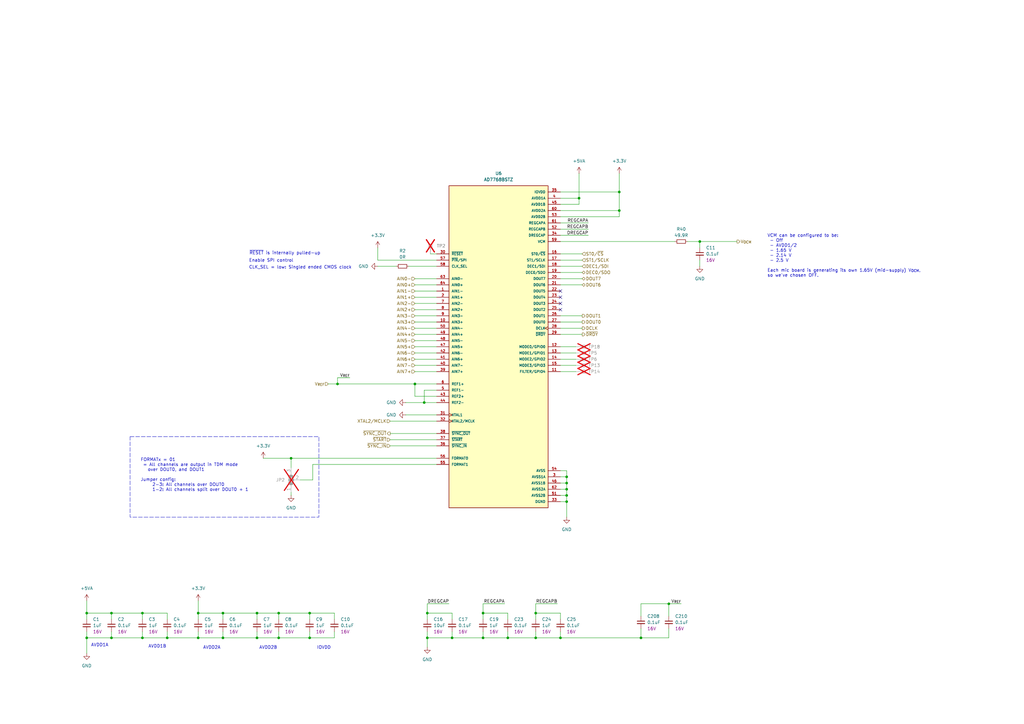
<source format=kicad_sch>
(kicad_sch (version 20231120) (generator "eeschema") (generator_version "8.0")
  (paper "A3")
  (title_block (title "Sound Compass POC") (date "2024-03-23") (rev "A") (company "Josh Berry") (comment 1 "JBRRY"))
  (lib_symbols
    (symbol "Connector:TestPoint" (pin_numbers hide) (pin_names (offset 0.762) hide)
      (property "Reference" "TP" (at 0 6.858 0))
      (property "Value" "TestPoint" (at 0 5.08 0))
      (symbol "TestPoint_0_1"
        (circle (center 0 3.302) (radius 0.762))
      )
      (symbol "TestPoint_1_1"
        (pin passive line (at 0 0 90) (length 2.54) (name "1") (number "1"))
      )
    )
    (symbol "Device:C_Small" (pin_numbers hide) (pin_names (offset 0.254) hide)
      (property "Reference" "C" (at 0.254 1.778 0))
      (property "Value" "C_Small" (at 0.254 -2.032 0))
      (symbol "C_Small_0_1"
        (polyline (pts (xy -1.524 -0.508) (xy 1.524 -0.508)) (stroke (width 0.3302)))
        (polyline (pts (xy -1.524 0.508) (xy 1.524 0.508)) (stroke (width 0.3048)))
      )
      (symbol "C_Small_1_1"
        (pin passive line (at 0 2.54 270) (length 2.032) (name "~") (number "1"))
        (pin passive line (at 0 -2.54 90) (length 2.032) (name "~") (number "2"))
      )
    )
    (symbol "Device:R_Small" (pin_numbers hide) (pin_names (offset 0.254) hide)
      (property "Reference" "R" (at 0.762 0.508 0))
      (property "Value" "R_Small" (at 0.762 -1.016 0))
      (symbol "R_Small_0_1"
        (rectangle (start -0.762 1.778) (end 0.762 -1.778) (stroke (width 0.2032)))
      )
      (symbol "R_Small_1_1"
        (pin passive line (at 0 2.54 270) (length 0.762) (name "~") (number "1"))
        (pin passive line (at 0 -2.54 90) (length 0.762) (name "~") (number "2"))
      )
    )
    (symbol "Jumper:SolderJumper_3_Open" (pin_names (offset 0) hide)
      (property "Reference" "JP" (at -2.54 -2.54 0))
      (property "Value" "SolderJumper_3_Open" (at 0 2.794 0))
      (symbol "SolderJumper_3_Open_0_1"
        (arc (start -1.016 1.016) (mid -2.0276 0) (end -1.016 -1.016))
        (arc (start -1.016 1.016) (mid -2.0276 0) (end -1.016 -1.016) (fill (type outline)))
        (rectangle (start -0.508 1.016) (end 0.508 -1.016) (fill (type outline)))
        (polyline (pts (xy -2.54 0) (xy -2.032 0)))
        (polyline (pts (xy -1.016 1.016) (xy -1.016 -1.016)))
        (polyline (pts (xy 0 -1.27) (xy 0 -1.016)))
        (polyline (pts (xy 1.016 1.016) (xy 1.016 -1.016)))
        (polyline (pts (xy 2.54 0) (xy 2.032 0)))
        (arc (start 1.016 -1.016) (mid 2.0276 0) (end 1.016 1.016))
        (arc (start 1.016 -1.016) (mid 2.0276 0) (end 1.016 1.016) (fill (type outline)))
      )
      (symbol "SolderJumper_3_Open_1_1"
        (pin passive line (at -5.08 0 0) (length 2.54) (name "A") (number "1"))
        (pin passive line (at 0 -3.81 90) (length 2.54) (name "C") (number "2"))
        (pin passive line (at 5.08 0 180) (length 2.54) (name "B") (number "3"))
      )
    )
    (symbol "mic-test-pcb:AD7768BSTZ" (pin_names (offset 1.016))
      (property "Reference" "U" (at -20.32 68.58 0))
      (property "Value" "AD7768BSTZ" (at -20.32 -68.58 0))
      (symbol "AD7768BSTZ_0_0"
        (rectangle (start -20.32 -66.04) (end 20.32 66.04) (stroke (width 0.254)) (fill (type background)))
        (pin input line (at -25.4 22.86 0) (length 5.08) (name "AIN1-") (number "1"))
        (pin input line (at -25.4 10.16 0) (length 5.08) (name "AIN3+") (number "10"))
        (pin bidirectional line (at 25.4 -10.16 180) (length 5.08) (name "FILTER/GPIO4") (number "11"))
        (pin bidirectional line (at 25.4 0 180) (length 5.08) (name "MODE0/GPIO0") (number "12"))
        (pin bidirectional line (at 25.4 -2.54 180) (length 5.08) (name "MODE1/GPIO1") (number "13"))
        (pin bidirectional line (at 25.4 -5.08 180) (length 5.08) (name "MODE2/GPIO2") (number "14"))
        (pin bidirectional line (at 25.4 -7.62 180) (length 5.08) (name "MODE3/GPIO3") (number "15"))
        (pin input line (at 25.4 38.1 180) (length 5.08) (name "ST0/~{CS}") (number "16"))
        (pin input line (at 25.4 35.56 180) (length 5.08) (name "ST1/SCLK") (number "17"))
        (pin input line (at 25.4 33.02 180) (length 5.08) (name "DEC1/SDI") (number "18"))
        (pin bidirectional line (at 25.4 30.48 180) (length 5.08) (name "DEC0/SDO") (number "19"))
        (pin input line (at -25.4 20.32 0) (length 5.08) (name "AIN1+") (number "2"))
        (pin bidirectional line (at 25.4 27.94 180) (length 5.08) (name "DOUT7") (number "20"))
        (pin bidirectional line (at 25.4 25.4 180) (length 5.08) (name "DOUT6") (number "21"))
        (pin output line (at 25.4 22.86 180) (length 5.08) (name "DOUT5") (number "22"))
        (pin output line (at 25.4 20.32 180) (length 5.08) (name "DOUT4") (number "23"))
        (pin output line (at 25.4 17.78 180) (length 5.08) (name "DOUT3") (number "24"))
        (pin output line (at 25.4 15.24 180) (length 5.08) (name "DOUT2") (number "25"))
        (pin output line (at 25.4 12.7 180) (length 5.08) (name "DOUT1") (number "26"))
        (pin output line (at 25.4 10.16 180) (length 5.08) (name "DOUT0") (number "27"))
        (pin output clock (at 25.4 7.62 180) (length 5.08) (name "DCLK") (number "28"))
        (pin output line (at 25.4 5.08 180) (length 5.08) (name "~{DRDY}") (number "29"))
        (pin power_in line (at 25.4 -53.34 180) (length 5.08) (name "AVSS1A") (number "3"))
        (pin input line (at -25.4 38.1 0) (length 5.08) (name "~{RESET}") (number "30"))
        (pin input clock (at -25.4 -27.94 0) (length 5.08) (name "XTAL1") (number "31"))
        (pin input clock (at -25.4 -30.48 0) (length 5.08) (name "XTAL2/MCLK") (number "32"))
        (pin power_in line (at 25.4 -63.5 180) (length 5.08) (name "DGND") (number "33"))
        (pin power_in line (at 25.4 45.72 180) (length 5.08) (name "DREGCAP") (number "34"))
        (pin power_in line (at 25.4 63.5 180) (length 5.08) (name "IOVDD") (number "35"))
        (pin input line (at -25.4 -40.64 0) (length 5.08) (name "~{SYNC_IN}") (number "36"))
        (pin input line (at -25.4 -38.1 0) (length 5.08) (name "~{START}") (number "37"))
        (pin output line (at -25.4 -35.56 0) (length 5.08) (name "~{SYNC_OUT}") (number "38"))
        (pin input line (at -25.4 -10.16 0) (length 5.08) (name "AIN7+") (number "39"))
        (pin power_in line (at 25.4 60.96 180) (length 5.08) (name "AVDD1A") (number "4"))
        (pin input line (at -25.4 -7.62 0) (length 5.08) (name "AIN7-") (number "40"))
        (pin input line (at -25.4 -5.08 0) (length 5.08) (name "AIN6+") (number "41"))
        (pin input line (at -25.4 -2.54 0) (length 5.08) (name "AIN6-") (number "42"))
        (pin input line (at -25.4 -20.32 0) (length 5.08) (name "REF2+") (number "43"))
        (pin input line (at -25.4 -22.86 0) (length 5.08) (name "REF2-") (number "44"))
        (pin power_in line (at 25.4 58.42 180) (length 5.08) (name "AVDD1B") (number "45"))
        (pin power_in line (at 25.4 -55.88 180) (length 5.08) (name "AVSS1B") (number "46"))
        (pin input line (at -25.4 0 0) (length 5.08) (name "AIN5+") (number "47"))
        (pin input line (at -25.4 2.54 0) (length 5.08) (name "AIN5-") (number "48"))
        (pin input line (at -25.4 5.08 0) (length 5.08) (name "AIN4+") (number "49"))
        (pin input line (at -25.4 -17.78 0) (length 5.08) (name "REF1-") (number "5"))
        (pin input line (at -25.4 7.62 0) (length 5.08) (name "AIN4-") (number "50"))
        (pin power_in line (at 25.4 -60.96 180) (length 5.08) (name "AVSS2B") (number "51"))
        (pin power_in line (at 25.4 48.26 180) (length 5.08) (name "REGCAPB") (number "52"))
        (pin power_in line (at 25.4 53.34 180) (length 5.08) (name "AVDD2B") (number "53"))
        (pin power_in line (at 25.4 -50.8 180) (length 5.08) (name "AVSS") (number "54"))
        (pin input line (at -25.4 -48.26 0) (length 5.08) (name "FORMAT1") (number "55"))
        (pin input line (at -25.4 -45.72 0) (length 5.08) (name "FORMAT0") (number "56"))
        (pin input line (at -25.4 35.56 0) (length 5.08) (name "~{PIN}/SPI") (number "57"))
        (pin input line (at -25.4 33.02 0) (length 5.08) (name "CLK_SEL") (number "58"))
        (pin power_in line (at 25.4 43.18 180) (length 5.08) (name "VCM") (number "59"))
        (pin input line (at -25.4 -15.24 0) (length 5.08) (name "REF1+") (number "6"))
        (pin power_in line (at 25.4 55.88 180) (length 5.08) (name "AVDD2A") (number "60"))
        (pin power_in line (at 25.4 50.8 180) (length 5.08) (name "REGCAPA") (number "61"))
        (pin power_in line (at 25.4 -58.42 180) (length 5.08) (name "AVSS2A") (number "62"))
        (pin input line (at -25.4 27.94 0) (length 5.08) (name "AIN0-") (number "63"))
        (pin input line (at -25.4 25.4 0) (length 5.08) (name "AIN0+") (number "64"))
        (pin input line (at -25.4 17.78 0) (length 5.08) (name "AIN2-") (number "7"))
        (pin input line (at -25.4 15.24 0) (length 5.08) (name "AIN2+") (number "8"))
        (pin input line (at -25.4 12.7 0) (length 5.08) (name "AIN3-") (number "9"))
      )
    )
    (symbol "power:+3.3V" (power) (pin_numbers hide) (pin_names (offset 0) hide)
      (property "Value" "+3.3V" (at 0 3.556 0))
      (symbol "+3.3V_0_1"
        (polyline (pts (xy -0.762 1.27) (xy 0 2.54)))
        (polyline (pts (xy 0 0) (xy 0 2.54)))
        (polyline (pts (xy 0 2.54) (xy 0.762 1.27)))
      )
      (symbol "+3.3V_1_1"
        (pin power_in line (at 0 0 90) (length 0) (name "~") (number "1"))
      )
    )
    (symbol "power:+5VA" (power) (pin_numbers hide) (pin_names (offset 0) hide)
      (property "Value" "+5VA" (at 0 3.556 0))
      (symbol "+5VA_0_1"
        (polyline (pts (xy -0.762 1.27) (xy 0 2.54)))
        (polyline (pts (xy 0 0) (xy 0 2.54)))
        (polyline (pts (xy 0 2.54) (xy 0.762 1.27)))
      )
      (symbol "+5VA_1_1"
        (pin power_in line (at 0 0 90) (length 0) (name "~") (number "1"))
      )
    )
    (symbol "power:GND" (power) (pin_numbers hide) (pin_names (offset 0) hide)
      (property "Value" "GND" (at 0 -3.81 0))
      (symbol "GND_0_1"
        (polyline (pts (xy 0 0) (xy 0 -1.27) (xy 1.27 -1.27) (xy 0 -2.54) (xy -1.27 -1.27) (xy 0 -1.27)))
      )
      (symbol "GND_1_1"
        (pin power_in line (at 0 0 270) (length 0) (name "~") (number "1"))
      )
    )
  )
  (junction (at 58.42 261.62))
  (junction (at 175.26 261.62))
  (junction (at 105.41 251.46))
  (junction (at 208.28 261.62))
  (junction (at 68.58 261.62))
  (junction (at 175.26 251.46))
  (junction (at 45.72 251.46))
  (junction (at 105.41 261.62))
  (junction (at 138.43 157.48))
  (junction (at 287.02 99.06))
  (junction (at 170.18 157.48))
  (junction (at 173.99 165.1))
  (junction (at 81.28 261.62))
  (junction (at 119.38 187.96))
  (junction (at 58.42 251.46))
  (junction (at 91.44 261.62))
  (junction (at 91.44 251.46))
  (junction (at 262.89 261.62))
  (junction (at 219.71 251.46))
  (junction (at 198.12 251.46))
  (junction (at 81.28 251.46))
  (junction (at 229.87 261.62))
  (junction (at 45.72 261.62))
  (junction (at 127 251.46))
  (junction (at 232.41 205.74))
  (junction (at 198.12 261.62))
  (junction (at 219.71 261.62))
  (junction (at 35.56 251.46))
  (junction (at 114.3 261.62))
  (junction (at 127 261.62))
  (junction (at 254 78.74))
  (junction (at 274.32 247.65))
  (junction (at 114.3 251.46))
  (junction (at 35.56 261.62))
  (junction (at 232.41 200.66))
  (junction (at 232.41 195.58))
  (junction (at 237.49 81.28))
  (junction (at 232.41 198.12))
  (junction (at 185.42 261.62))
  (junction (at 232.41 203.2))
  (junction (at 254 86.36))
  (no_connect (at 229.87 119.38))
  (no_connect (at 229.87 127))
  (no_connect (at 229.87 124.46))
  (no_connect (at 229.87 121.92))
  (wire (pts (xy 170.18 149.86) (xy 179.07 149.86)))
  (wire (pts (xy 119.38 201.93) (xy 119.38 203.2)))
  (wire (pts (xy 198.12 261.62) (xy 208.28 261.62)))
  (wire (pts (xy 185.42 261.62) (xy 198.12 261.62)))
  (wire (pts (xy 241.3 91.44) (xy 229.87 91.44)))
  (wire (pts (xy 229.87 144.78) (xy 236.22 144.78)))
  (wire (pts (xy 127 261.62) (xy 137.16 261.62)))
  (wire (pts (xy 254 78.74) (xy 254 71.12)))
  (wire (pts (xy 107.95 187.96) (xy 119.38 187.96)))
  (wire (pts (xy 105.41 259.08) (xy 105.41 261.62)))
  (wire (pts (xy 154.94 106.68) (xy 154.94 101.6)))
  (wire (pts (xy 262.89 247.65) (xy 262.89 252.73)))
  (wire (pts (xy 229.87 83.82) (xy 237.49 83.82)))
  (wire (pts (xy 219.71 251.46) (xy 229.87 251.46)))
  (wire (pts (xy 254 88.9) (xy 254 86.36)))
  (wire (pts (xy 58.42 251.46) (xy 58.42 254)))
  (wire (pts (xy 176.53 104.14) (xy 179.07 104.14)))
  (wire (pts (xy 287.02 99.06) (xy 287.02 101.6)))
  (wire (pts (xy 114.3 261.62) (xy 127 261.62)))
  (wire (pts (xy 232.41 200.66) (xy 229.87 200.66)))
  (wire (pts (xy 127 251.46) (xy 127 254)))
  (wire (pts (xy 207.01 247.65) (xy 198.12 247.65)))
  (wire (pts (xy 219.71 259.08) (xy 219.71 261.62)))
  (wire (pts (xy 127 259.08) (xy 127 261.62)))
  (wire (pts (xy 170.18 147.32) (xy 179.07 147.32)))
  (wire (pts (xy 219.71 261.62) (xy 229.87 261.62)))
  (wire (pts (xy 219.71 251.46) (xy 219.71 254)))
  (wire (pts (xy 238.76 111.76) (xy 229.87 111.76)))
  (wire (pts (xy 35.56 251.46) (xy 45.72 251.46)))
  (wire (pts (xy 232.41 203.2) (xy 229.87 203.2)))
  (wire (pts (xy 128.27 190.5) (xy 179.07 190.5)))
  (wire (pts (xy 170.18 137.16) (xy 179.07 137.16)))
  (wire (pts (xy 170.18 157.48) (xy 170.18 162.56)))
  (wire (pts (xy 173.99 165.1) (xy 179.07 165.1)))
  (wire (pts (xy 45.72 259.08) (xy 45.72 261.62)))
  (wire (pts (xy 287.02 99.06) (xy 302.26 99.06)))
  (wire (pts (xy 160.02 182.88) (xy 179.07 182.88)))
  (wire (pts (xy 185.42 251.46) (xy 185.42 254)))
  (wire (pts (xy 262.89 261.62) (xy 229.87 261.62)))
  (wire (pts (xy 229.87 81.28) (xy 237.49 81.28)))
  (wire (pts (xy 241.3 96.52) (xy 229.87 96.52)))
  (wire (pts (xy 160.02 172.72) (xy 179.07 172.72)))
  (wire (pts (xy 198.12 251.46) (xy 208.28 251.46)))
  (wire (pts (xy 229.87 251.46) (xy 229.87 254)))
  (wire (pts (xy 238.76 104.14) (xy 229.87 104.14)))
  (wire (pts (xy 81.28 246.38) (xy 81.28 251.46)))
  (wire (pts (xy 170.18 139.7) (xy 179.07 139.7)))
  (wire (pts (xy 175.26 251.46) (xy 185.42 251.46)))
  (wire (pts (xy 91.44 259.08) (xy 91.44 261.62)))
  (wire (pts (xy 170.18 116.84) (xy 179.07 116.84)))
  (wire (pts (xy 170.18 142.24) (xy 179.07 142.24)))
  (wire (pts (xy 170.18 121.92) (xy 179.07 121.92)))
  (wire (pts (xy 175.26 261.62) (xy 175.26 265.43)))
  (wire (pts (xy 45.72 261.62) (xy 58.42 261.62)))
  (wire (pts (xy 238.76 109.22) (xy 229.87 109.22)))
  (wire (pts (xy 170.18 144.78) (xy 179.07 144.78)))
  (wire (pts (xy 35.56 251.46) (xy 35.56 254)))
  (wire (pts (xy 175.26 261.62) (xy 185.42 261.62)))
  (wire (pts (xy 238.76 134.62) (xy 229.87 134.62)))
  (wire (pts (xy 138.43 154.94) (xy 138.43 157.48)))
  (wire (pts (xy 237.49 83.82) (xy 237.49 81.28)))
  (wire (pts (xy 170.18 134.62) (xy 179.07 134.62)))
  (wire (pts (xy 229.87 78.74) (xy 254 78.74)))
  (wire (pts (xy 68.58 259.08) (xy 68.58 261.62)))
  (wire (pts (xy 232.41 195.58) (xy 232.41 198.12)))
  (wire (pts (xy 229.87 149.86) (xy 236.22 149.86)))
  (wire (pts (xy 274.32 247.65) (xy 262.89 247.65)))
  (wire (pts (xy 35.56 246.38) (xy 35.56 251.46)))
  (wire (pts (xy 119.38 187.96) (xy 179.07 187.96)))
  (wire (pts (xy 238.76 114.3) (xy 229.87 114.3)))
  (wire (pts (xy 105.41 251.46) (xy 114.3 251.46)))
  (wire (pts (xy 229.87 88.9) (xy 254 88.9)))
  (wire (pts (xy 287.02 106.68) (xy 287.02 109.22)))
  (wire (pts (xy 45.72 251.46) (xy 58.42 251.46)))
  (wire (pts (xy 105.41 261.62) (xy 114.3 261.62)))
  (wire (pts (xy 198.12 247.65) (xy 198.12 251.46)))
  (wire (pts (xy 173.99 165.1) (xy 173.99 160.02)))
  (wire (pts (xy 232.41 205.74) (xy 232.41 212.09)))
  (wire (pts (xy 232.41 205.74) (xy 229.87 205.74)))
  (wire (pts (xy 229.87 86.36) (xy 254 86.36)))
  (wire (pts (xy 170.18 127) (xy 179.07 127)))
  (wire (pts (xy 81.28 259.08) (xy 81.28 261.62)))
  (wire (pts (xy 229.87 259.08) (xy 229.87 261.62)))
  (wire (pts (xy 232.41 195.58) (xy 229.87 195.58)))
  (wire (pts (xy 208.28 259.08) (xy 208.28 261.62)))
  (wire (pts (xy 137.16 259.08) (xy 137.16 261.62)))
  (wire (pts (xy 170.18 132.08) (xy 179.07 132.08)))
  (wire (pts (xy 134.62 157.48) (xy 138.43 157.48)))
  (wire (pts (xy 123.19 196.85) (xy 128.27 196.85)))
  (wire (pts (xy 238.76 129.54) (xy 229.87 129.54)))
  (wire (pts (xy 208.28 251.46) (xy 208.28 254)))
  (wire (pts (xy 198.12 259.08) (xy 198.12 261.62)))
  (wire (pts (xy 68.58 261.62) (xy 81.28 261.62)))
  (wire (pts (xy 238.76 106.68) (xy 229.87 106.68)))
  (wire (pts (xy 91.44 261.62) (xy 105.41 261.62)))
  (wire (pts (xy 254 86.36) (xy 254 78.74)))
  (wire (pts (xy 170.18 124.46) (xy 179.07 124.46)))
  (wire (pts (xy 179.07 106.68) (xy 154.94 106.68)))
  (wire (pts (xy 229.87 99.06) (xy 276.86 99.06)))
  (wire (pts (xy 232.41 193.04) (xy 229.87 193.04)))
  (wire (pts (xy 175.26 251.46) (xy 175.26 254)))
  (wire (pts (xy 127 251.46) (xy 137.16 251.46)))
  (wire (pts (xy 143.51 154.94) (xy 138.43 154.94)))
  (wire (pts (xy 238.76 137.16) (xy 229.87 137.16)))
  (wire (pts (xy 229.87 152.4) (xy 236.22 152.4)))
  (wire (pts (xy 238.76 116.84) (xy 229.87 116.84)))
  (wire (pts (xy 91.44 251.46) (xy 105.41 251.46)))
  (wire (pts (xy 114.3 251.46) (xy 114.3 254)))
  (wire (pts (xy 81.28 261.62) (xy 91.44 261.62)))
  (wire (pts (xy 91.44 251.46) (xy 91.44 254)))
  (wire (pts (xy 166.37 165.1) (xy 173.99 165.1)))
  (wire (pts (xy 173.99 160.02) (xy 179.07 160.02)))
  (wire (pts (xy 58.42 259.08) (xy 58.42 261.62)))
  (wire (pts (xy 68.58 251.46) (xy 68.58 254)))
  (wire (pts (xy 166.37 170.18) (xy 179.07 170.18)))
  (wire (pts (xy 58.42 251.46) (xy 68.58 251.46)))
  (wire (pts (xy 160.02 177.8) (xy 179.07 177.8)))
  (wire (pts (xy 184.15 247.65) (xy 175.26 247.65)))
  (wire (pts (xy 232.41 198.12) (xy 232.41 200.66)))
  (wire (pts (xy 128.27 196.85) (xy 128.27 190.5)))
  (wire (pts (xy 170.18 114.3) (xy 179.07 114.3)))
  (wire (pts (xy 154.94 109.22) (xy 162.56 109.22)))
  (wire (pts (xy 274.32 257.81) (xy 274.32 261.62)))
  (wire (pts (xy 219.71 247.65) (xy 219.71 251.46)))
  (wire (pts (xy 208.28 261.62) (xy 219.71 261.62)))
  (wire (pts (xy 45.72 251.46) (xy 45.72 254)))
  (wire (pts (xy 232.41 193.04) (xy 232.41 195.58)))
  (wire (pts (xy 119.38 187.96) (xy 119.38 191.77)))
  (wire (pts (xy 167.64 109.22) (xy 179.07 109.22)))
  (wire (pts (xy 114.3 251.46) (xy 127 251.46)))
  (wire (pts (xy 228.6 247.65) (xy 219.71 247.65)))
  (wire (pts (xy 198.12 251.46) (xy 198.12 254)))
  (wire (pts (xy 232.41 198.12) (xy 229.87 198.12)))
  (wire (pts (xy 81.28 251.46) (xy 81.28 254)))
  (wire (pts (xy 35.56 261.62) (xy 45.72 261.62)))
  (wire (pts (xy 58.42 261.62) (xy 68.58 261.62)))
  (wire (pts (xy 274.32 247.65) (xy 274.32 252.73)))
  (wire (pts (xy 185.42 259.08) (xy 185.42 261.62)))
  (wire (pts (xy 35.56 261.62) (xy 35.56 267.97)))
  (wire (pts (xy 232.41 200.66) (xy 232.41 203.2)))
  (wire (pts (xy 274.32 261.62) (xy 262.89 261.62)))
  (wire (pts (xy 170.18 162.56) (xy 179.07 162.56)))
  (wire (pts (xy 238.76 132.08) (xy 229.87 132.08)))
  (wire (pts (xy 170.18 129.54) (xy 179.07 129.54)))
  (wire (pts (xy 138.43 157.48) (xy 170.18 157.48)))
  (wire (pts (xy 170.18 157.48) (xy 179.07 157.48)))
  (wire (pts (xy 262.89 257.81) (xy 262.89 261.62)))
  (wire (pts (xy 81.28 251.46) (xy 91.44 251.46)))
  (wire (pts (xy 175.26 259.08) (xy 175.26 261.62)))
  (wire (pts (xy 137.16 251.46) (xy 137.16 254)))
  (wire (pts (xy 237.49 81.28) (xy 237.49 71.12)))
  (wire (pts (xy 170.18 119.38) (xy 179.07 119.38)))
  (wire (pts (xy 229.87 142.24) (xy 236.22 142.24)))
  (wire (pts (xy 160.02 180.34) (xy 179.07 180.34)))
  (wire (pts (xy 241.3 93.98) (xy 229.87 93.98)))
  (wire (pts (xy 281.94 99.06) (xy 287.02 99.06)))
  (wire (pts (xy 114.3 259.08) (xy 114.3 261.62)))
  (wire (pts (xy 105.41 251.46) (xy 105.41 254)))
  (wire (pts (xy 229.87 147.32) (xy 236.22 147.32)))
  (wire (pts (xy 232.41 203.2) (xy 232.41 205.74)))
  (wire (pts (xy 35.56 259.08) (xy 35.56 261.62)))
  (wire (pts (xy 175.26 247.65) (xy 175.26 251.46)))
  (wire (pts (xy 170.18 152.4) (xy 179.07 152.4)))
  (wire (pts (xy 279.4 247.65) (xy 274.32 247.65)))
  (rectangle (start 53.34 179.07) (end 130.81 212.09) (stroke (width 0) (type dash)))
  (text "~{RESET} is internally pulled-up" (at 116.84 103.886 0) (effects (font (size 1.27 1.27))))
  (text "AVDD2A" (at 86.868 265.684 0) (effects (font (size 1.27 1.27))))
  (text "FORMATx = 01\n = All channels are output in TDM mode \n   over DOUT0, and DOUT1\n\nJumper config:\n	2-3: All channels over DOUT0\n	1-2: All channels split over DOUT0 + 1" (at 57.658 194.818 0) (effects (font (size 1.27 1.27)) (justify left)))
  (text "AVDD1B" (at 64.516 265.176 0) (effects (font (size 1.27 1.27))))
  (text "VCM can be configured to be:\n - Off\n - AVDD1/2\n - 1.65 V\n - 2.14 V\n - 2.5 V\n\nEach mic board is generating its own 1.65V (mid-supply) V_{OCM}, \nso we've chosen OFF. " (at 314.706 104.902 0) (effects (font (size 1.27 1.27)) (justify left)))
  (text "CLK_SEL = low: Singled ended CMOS clock" (at 123.19 109.728 0) (effects (font (size 1.27 1.27))))
  (text "IOVDD" (at 132.842 265.684 0) (effects (font (size 1.27 1.27))))
  (text "AVDD1A" (at 40.894 264.668 0) (effects (font (size 1.27 1.27))))
  (text "AVDD2B" (at 109.982 265.684 0) (effects (font (size 1.27 1.27))))
  (text "Enable SPI control" (at 111.252 106.934 0) (effects (font (size 1.27 1.27))))
  (label "REGCAPA" (at 207.01 247.65 180))
  (label "V_{REF}" (at 143.51 154.94 180))
  (label "REGCAPB" (at 241.3 93.98 180))
  (label "REGCAPB" (at 228.6 247.65 180))
  (label "V_{REF}" (at 279.4 247.65 180))
  (label "REGCAPA" (at 241.3 91.44 180))
  (label "DREGCAP" (at 241.3 96.52 180))
  (label "DREGCAP" (at 184.15 247.65 180))
  (hierarchical_label "~{SYNC_IN}" (shape input) (at 160.02 182.88 180))
  (hierarchical_label "AIN5+" (shape input) (at 170.18 142.24 180))
  (hierarchical_label "AIN4-" (shape input) (at 170.18 134.62 180))
  (hierarchical_label "DEC0/SDO" (shape bidirectional) (at 238.76 111.76 0))
  (hierarchical_label "V_{OCM}" (shape output) (at 302.26 99.06 0))
  (hierarchical_label "AIN3+" (shape input) (at 170.18 132.08 180))
  (hierarchical_label "AIN5-" (shape input) (at 170.18 139.7 180))
  (hierarchical_label "AIN1-" (shape input) (at 170.18 119.38 180))
  (hierarchical_label "DOUT0" (shape output) (at 238.76 132.08 0))
  (hierarchical_label "AIN2+" (shape input) (at 170.18 127 180))
  (hierarchical_label "AIN1+" (shape input) (at 170.18 121.92 180))
  (hierarchical_label "DOUT6" (shape bidirectional) (at 238.76 116.84 0))
  (hierarchical_label "~{START}" (shape input) (at 160.02 180.34 180))
  (hierarchical_label "XTAL2/MCLK" (shape input) (at 160.02 172.72 180))
  (hierarchical_label "~{SYNC_OUT}" (shape output) (at 160.02 177.8 180))
  (hierarchical_label "DEC1/SDI" (shape input) (at 238.76 109.22 0))
  (hierarchical_label "DCLK" (shape output) (at 238.76 134.62 0))
  (hierarchical_label "AIN7+" (shape input) (at 170.18 152.4 180))
  (hierarchical_label "ST0/~{CS}" (shape input) (at 238.76 104.14 0))
  (hierarchical_label "AIN6+" (shape input) (at 170.18 147.32 180))
  (hierarchical_label "~{DRDY}" (shape output) (at 238.76 137.16 0))
  (hierarchical_label "DOUT7" (shape bidirectional) (at 238.76 114.3 0))
  (hierarchical_label "V_{REF}" (shape input) (at 134.62 157.48 180))
  (hierarchical_label "AIN6-" (shape input) (at 170.18 144.78 180))
  (hierarchical_label "AIN4+" (shape input) (at 170.18 137.16 180))
  (hierarchical_label "AIN0+" (shape input) (at 170.18 116.84 180))
  (hierarchical_label "AIN7-" (shape input) (at 170.18 149.86 180))
  (hierarchical_label "DOUT1" (shape output) (at 238.76 129.54 0))
  (hierarchical_label "ST1/SCLK" (shape input) (at 238.76 106.68 0))
  (hierarchical_label "AIN0-" (shape input) (at 170.18 114.3 180))
  (hierarchical_label "AIN3-" (shape input) (at 170.18 129.54 180))
  (hierarchical_label "AIN2-" (shape input) (at 170.18 124.46 180))
  (symbol (lib_id "Device:C_Small") (at 127 256.54 0) (unit 1)
    (property "Reference" "C9" (at 129.54 254.0062 0) (effects (justify left)))
    (property "Value" "1uF" (at 129.54 256.5462 0) (effects (justify left)))
    (property "Footprint" "Capacitor_SMD:C_0603_1608Metric" (effects (hide yes)))
    (property "Description" "Unpolarized capacitor, small symbol" (effects (hide yes)))
    (property "Manufacturer" "YAGEO" (effects (hide yes)))
    (property "Part Number" "CC0603KRX7R7BB105" (effects (hide yes)))
    (property "Supplier" "Digi-Key" (effects (hide yes)))
    (property "Supplier Number" "311-1446-1-ND" (effects (hide yes)))
    (property "Voltage" "16V" (at 129.54 259.0862 0) (effects (justify left)))
    (instances (project "mic-test-pcb" (path "" (reference "C9") (unit 1)) (path "" (reference "C75") (unit 1))))
  )
  (symbol (lib_id "power:GND") (at 119.38 203.2 0) (unit 1)
    (property "Reference" "#PWR017" (effects (hide yes)))
    (property "Value" "GND" (at 119.38 208.28 0))
    (property "Description" "Power symbol creates a global label with name \"GND\" , ground" (effects (hide yes)))
    (instances (project "mic-test-pcb" (path "" (reference "#PWR017") (unit 1)) (path "" (reference "#PWR046") (unit 1))))
  )
  (symbol (lib_id "Device:C_Small") (at 219.71 256.54 0) (unit 1)
    (property "Reference" "C24" (at 222.25 254.0062 0) (effects (justify left)))
    (property "Value" "1uF" (at 222.25 256.5462 0) (effects (justify left)))
    (property "Footprint" "Capacitor_SMD:C_0603_1608Metric" (effects (hide yes)))
    (property "Description" "Unpolarized capacitor, small symbol" (effects (hide yes)))
    (property "Manufacturer" "YAGEO" (effects (hide yes)))
    (property "Part Number" "CC0603KRX7R7BB105" (effects (hide yes)))
    (property "Supplier" "Digi-Key" (effects (hide yes)))
    (property "Supplier Number" "311-1446-1-ND" (effects (hide yes)))
    (property "Voltage" "16V" (at 222.25 259.0862 0) (effects (justify left)))
    (instances (project "mic-test-pcb" (path "" (reference "C24") (unit 1)) (path "" (reference "C81") (unit 1))))
  )
  (symbol (lib_id "Device:C_Small") (at 208.28 256.54 0) (unit 1)
    (property "Reference" "C23" (at 210.82 254.0062 0) (effects (justify left)))
    (property "Value" "0.1uF" (at 210.82 256.5462 0) (effects (justify left)))
    (property "Footprint" "Capacitor_SMD:C_0603_1608Metric" (effects (hide yes)))
    (property "Description" "Unpolarized capacitor, small symbol" (effects (hide yes)))
    (property "Manufacturer" "YAGEO" (effects (hide yes)))
    (property "Part Number" "CC0603KRX7R7BB104" (effects (hide yes)))
    (property "Supplier" "Digi-Key" (effects (hide yes)))
    (property "Supplier Number" "311-1088-1-ND" (effects (hide yes)))
    (property "Voltage" "16V" (at 210.82 259.0862 0) (effects (justify left)))
    (instances (project "mic-test-pcb" (path "" (reference "C23") (unit 1)) (path "" (reference "C80") (unit 1))))
  )
  (symbol (lib_id "power:+3.3V") (at 254 71.12 0) (unit 1)
    (property "Reference" "#PWR02" (effects (hide yes)))
    (property "Value" "+3.3V" (at 254 66.04 0))
    (property "Description" "Power symbol creates a global label with name \"+3.3V\"" (effects (hide yes)))
    (instances (project "mic-test-pcb" (path "" (reference "#PWR02") (unit 1)) (path "" (reference "#PWR051") (unit 1))))
  )
  (symbol (lib_id "power:GND") (at 232.41 212.09 0) (unit 1)
    (property "Reference" "#PWR09" (effects (hide yes)))
    (property "Value" "GND" (at 232.41 217.17 0))
    (property "Description" "Power symbol creates a global label with name \"GND\" , ground" (effects (hide yes)))
    (instances (project "mic-test-pcb" (path "" (reference "#PWR09") (unit 1)) (path "" (reference "#PWR049") (unit 1))))
  )
  (symbol (lib_id "Device:C_Small") (at 137.16 256.54 0) (unit 1)
    (property "Reference" "C10" (at 139.7 254.0062 0) (effects (justify left)))
    (property "Value" "0.1uF" (at 139.7 256.5462 0) (effects (justify left)))
    (property "Footprint" "Capacitor_SMD:C_0603_1608Metric" (effects (hide yes)))
    (property "Description" "Unpolarized capacitor, small symbol" (effects (hide yes)))
    (property "Manufacturer" "YAGEO" (effects (hide yes)))
    (property "Part Number" "CC0603KRX7R7BB104" (effects (hide yes)))
    (property "Supplier" "Digi-Key" (effects (hide yes)))
    (property "Supplier Number" "311-1088-1-ND" (effects (hide yes)))
    (property "Voltage" "16V" (at 139.7 259.0862 0) (effects (justify left)))
    (instances (project "mic-test-pcb" (path "" (reference "C10") (unit 1)) (path "" (reference "C76") (unit 1))))
  )
  (symbol (lib_id "Device:C_Small") (at 198.12 256.54 0) (unit 1)
    (property "Reference" "C19" (at 200.66 254.0062 0) (effects (justify left)))
    (property "Value" "1uF" (at 200.66 256.5462 0) (effects (justify left)))
    (property "Footprint" "Capacitor_SMD:C_0603_1608Metric" (effects (hide yes)))
    (property "Description" "Unpolarized capacitor, small symbol" (effects (hide yes)))
    (property "Manufacturer" "YAGEO" (effects (hide yes)))
    (property "Part Number" "CC0603KRX7R7BB105" (effects (hide yes)))
    (property "Supplier" "Digi-Key" (effects (hide yes)))
    (property "Supplier Number" "311-1446-1-ND" (effects (hide yes)))
    (property "Voltage" "16V" (at 200.66 259.0862 0) (effects (justify left)))
    (instances (project "mic-test-pcb" (path "" (reference "C19") (unit 1)) (path "" (reference "C79") (unit 1))))
  )
  (symbol (lib_id "Jumper:SolderJumper_3_Open") (at 119.38 196.85 90) (unit 1) (dnp yes)
    (property "Reference" "JP2" (at 116.84 196.8499 90) (effects (justify left)))
    (property "Value" "SolderJumper_3_Open" (effects (hide yes)))
    (property "Footprint" "Jumper:SolderJumper-3_P1.3mm_Open_RoundedPad1.0x1.5mm_NumberLabels" (effects (hide yes)))
    (property "Description" "Solder Jumper, 3-pole, open" (effects (hide yes)))
    (instances (project "mic-test-pcb" (path "" (reference "JP2") (unit 1)) (path "" (reference "JP1") (unit 1))))
  )
  (symbol (lib_id "mic-test-pcb:AD7768BSTZ") (at 204.47 142.24 0) (unit 1)
    (property "Reference" "U6" (at 204.47 71.12 0))
    (property "Value" "AD7768BSTZ" (at 204.47 73.66 0))
    (property "Footprint" "Package_QFP:LQFP-64_10x10mm_P0.5mm" (effects (hide yes)))
    (property "Datasheet" "https://www.analog.com/media/en/technical-documentation/data-sheets/ad7768-7768-4.pdf" (effects (hide yes)))
    (property "Description" "\n8-Channel, 24-Bit, Simultaneous Sampling ADC, Power Scaling, 110.8 kHz BW\n" (effects (hide yes)))
    (property "MAXIMUM_PACKAGE_HEIGHT" "1.60mm" (effects (hide yes)))
    (property "Package" "LQFP -64 Analog Devices" (effects (hide yes)))
    (property "STANDARD" "IPC-7351B" (effects (hide yes)))
    (property "MP" "AD7768BSTZ" (effects (hide yes)))
    (property "MANUFACTURER" "Analog Devices" (effects (hide yes)))
    (property "Manufacturer" "Analog Devices Inc." (effects (hide yes)))
    (property "Part Number" "AD7768BSTZ" (effects (hide yes)))
    (property "Supplier" "Digi-Key" (effects (hide yes)))
    (property "Supplier Number" "505-AD7768BSTZ-ND" (effects (hide yes)))
    (instances (project "mic-test-pcb" (path "" (reference "U6") (unit 1)) (path "" (reference "U2") (unit 1))))
  )
  (symbol (lib_id "Device:C_Small") (at 185.42 256.54 0) (unit 1)
    (property "Reference" "C17" (at 187.96 254.0062 0) (effects (justify left)))
    (property "Value" "0.1uF" (at 187.96 256.5462 0) (effects (justify left)))
    (property "Footprint" "Capacitor_SMD:C_0603_1608Metric" (effects (hide yes)))
    (property "Description" "Unpolarized capacitor, small symbol" (effects (hide yes)))
    (property "Manufacturer" "YAGEO" (effects (hide yes)))
    (property "Part Number" "CC0603KRX7R7BB104" (effects (hide yes)))
    (property "Supplier" "Digi-Key" (effects (hide yes)))
    (property "Supplier Number" "311-1088-1-ND" (effects (hide yes)))
    (property "Voltage" "16V" (at 187.96 259.0862 0) (effects (justify left)))
    (instances (project "mic-test-pcb" (path "" (reference "C17") (unit 1)) (path "" (reference "C78") (unit 1))))
  )
  (symbol (lib_id "power:GND") (at 35.56 267.97 0) (unit 1)
    (property "Reference" "#PWR040" (effects (hide yes)))
    (property "Value" "GND" (at 35.56 273.05 0))
    (property "Description" "Power symbol creates a global label with name \"GND\" , ground" (effects (hide yes)))
    (instances (project "mic-test-pcb" (path "" (reference "#PWR040") (unit 1)) (path "" (reference "#PWR08") (unit 1))))
  )
  (symbol (lib_id "Device:C_Small") (at 81.28 256.54 0) (unit 1)
    (property "Reference" "C5" (at 83.82 254.0062 0) (effects (justify left)))
    (property "Value" "1uF" (at 83.82 256.5462 0) (effects (justify left)))
    (property "Footprint" "Capacitor_SMD:C_0603_1608Metric" (effects (hide yes)))
    (property "Description" "Unpolarized capacitor, small symbol" (effects (hide yes)))
    (property "Manufacturer" "YAGEO" (effects (hide yes)))
    (property "Part Number" "CC0603KRX7R7BB105" (effects (hide yes)))
    (property "Supplier" "Digi-Key" (effects (hide yes)))
    (property "Supplier Number" "311-1446-1-ND" (effects (hide yes)))
    (property "Voltage" "16V" (at 83.82 259.0862 0) (effects (justify left)))
    (instances (project "mic-test-pcb" (path "" (reference "C5") (unit 1)) (path "" (reference "C71") (unit 1))))
  )
  (symbol (lib_id "power:GND") (at 175.26 265.43 0) (unit 1)
    (property "Reference" "#PWR014" (effects (hide yes)))
    (property "Value" "GND" (at 175.26 270.51 0))
    (property "Description" "Power symbol creates a global label with name \"GND\" , ground" (effects (hide yes)))
    (instances (project "mic-test-pcb" (path "" (reference "#PWR014") (unit 1)) (path "" (reference "#PWR048") (unit 1))))
  )
  (symbol (lib_id "Device:R_Small") (at 165.1 109.22 90) (unit 1)
    (property "Reference" "R2" (at 165.1 102.87 90))
    (property "Value" "0R" (at 165.1 105.41 90))
    (property "Footprint" "Resistor_SMD:R_0603_1608Metric" (effects (hide yes)))
    (property "Description" "Resistor, small symbol" (effects (hide yes)))
    (property "Manufacturer" "Stackpole Electronics Inc" (effects (hide yes)))
    (property "Part Number" "RMCF0603ZT0R00" (effects (hide yes)))
    (property "Supplier" "Digi-Key" (effects (hide yes)))
    (property "Supplier Number" "RMCF0603ZT0R00CT-ND" (effects (hide yes)))
    (instances (project "mic-test-pcb" (path "" (reference "R2") (unit 1)) (path "" (reference "R39") (unit 1))))
  )
  (symbol (lib_id "Device:C_Small") (at 175.26 256.54 0) (unit 1)
    (property "Reference" "C16" (at 177.8 254.0062 0) (effects (justify left)))
    (property "Value" "10uF" (at 177.8 256.5462 0) (effects (justify left)))
    (property "Footprint" "Capacitor_SMD:C_0805_2012Metric" (effects (hide yes)))
    (property "Description" "Unpolarized capacitor, small symbol" (effects (hide yes)))
    (property "Manufacturer" "Samsung Electro-Mechanics" (effects (hide yes)))
    (property "Part Number" "CL21B106KOQNNNE" (effects (hide yes)))
    (property "Supplier" "Digi-Key" (effects (hide yes)))
    (property "Supplier Number" "1276-2872-1-ND" (effects (hide yes)))
    (property "Voltage" "16V" (at 177.8 259.0862 0) (effects (justify left)))
    (instances (project "mic-test-pcb" (path "" (reference "C16") (unit 1)) (path "" (reference "C77") (unit 1))))
  )
  (symbol (lib_id "Device:C_Small") (at 229.87 256.54 0) (unit 1)
    (property "Reference" "C25" (at 232.41 254.0062 0) (effects (justify left)))
    (property "Value" "0.1uF" (at 232.41 256.5462 0) (effects (justify left)))
    (property "Footprint" "Capacitor_SMD:C_0603_1608Metric" (effects (hide yes)))
    (property "Description" "Unpolarized capacitor, small symbol" (effects (hide yes)))
    (property "Manufacturer" "YAGEO" (effects (hide yes)))
    (property "Part Number" "CC0603KRX7R7BB104" (effects (hide yes)))
    (property "Supplier" "Digi-Key" (effects (hide yes)))
    (property "Supplier Number" "311-1088-1-ND" (effects (hide yes)))
    (property "Voltage" "16V" (at 232.41 259.0862 0) (effects (justify left)))
    (instances (project "mic-test-pcb" (path "" (reference "C25") (unit 1)) (path "" (reference "C82") (unit 1))))
  )
  (symbol (lib_id "Device:C_Small") (at 274.32 255.27 0) (unit 1)
    (property "Reference" "C210" (at 276.86 252.7362 0) (effects (justify left)))
    (property "Value" "0.1uF" (at 276.86 255.2762 0) (effects (justify left)))
    (property "Footprint" "Capacitor_SMD:C_0603_1608Metric" (effects (hide yes)))
    (property "Description" "Unpolarized capacitor, small symbol" (effects (hide yes)))
    (property "Manufacturer" "YAGEO" (effects (hide yes)))
    (property "Part Number" "CC0603KRX7R7BB104" (effects (hide yes)))
    (property "Supplier" "Digi-Key" (effects (hide yes)))
    (property "Supplier Number" "311-1088-1-ND" (effects (hide yes)))
    (property "Voltage" "16V" (at 276.86 257.8162 0) (effects (justify left)))
    (instances (project "mic-test-pcb" (path "" (reference "C210") (unit 1)) (path "" (reference "C211") (unit 1))))
  )
  (symbol (lib_id "power:GND") (at 166.37 165.1 270) (unit 1)
    (property "Reference" "#PWR013" (effects (hide yes)))
    (property "Value" "GND" (at 162.56 165.0999 90) (effects (justify right)))
    (property "Description" "Power symbol creates a global label with name \"GND\" , ground" (effects (hide yes)))
    (instances (project "mic-test-pcb" (path "" (reference "#PWR013") (unit 1)) (path "" (reference "#PWR045") (unit 1))))
  )
  (symbol (lib_id "Device:C_Small") (at 287.02 104.14 0) (unit 1)
    (property "Reference" "C11" (at 289.56 101.6062 0) (effects (justify left)))
    (property "Value" "0.1uF" (at 289.56 104.1462 0) (effects (justify left)))
    (property "Footprint" "Capacitor_SMD:C_0603_1608Metric" (effects (hide yes)))
    (property "Description" "Unpolarized capacitor, small symbol" (effects (hide yes)))
    (property "Manufacturer" "YAGEO" (effects (hide yes)))
    (property "Part Number" "CC0603KRX7R7BB104" (effects (hide yes)))
    (property "Supplier" "Digi-Key" (effects (hide yes)))
    (property "Supplier Number" "311-1088-1-ND" (effects (hide yes)))
    (property "Voltage" "16V" (at 289.56 106.6862 0) (effects (justify left)))
    (instances (project "mic-test-pcb" (path "" (reference "C11") (unit 1)) (path "" (reference "C83") (unit 1))))
  )
  (symbol (lib_id "Connector:TestPoint") (at 236.22 147.32 270) (unit 1) (dnp yes)
    (property "Reference" "TP6" (at 241.3 147.3199 90) (effects (justify left)))
    (property "Value" "TestPoint" (effects (hide yes)))
    (property "Footprint" "TestPoint:TestPoint_Pad_D1.0mm" (effects (hide yes)))
    (property "Description" "test point" (effects (hide yes)))
    (instances (project "mic-test-pcb" (path "" (reference "TP6") (unit 1)) (path "" (reference "TP20") (unit 1))))
  )
  (symbol (lib_id "Device:C_Small") (at 114.3 256.54 0) (unit 1)
    (property "Reference" "C8" (at 116.84 254.0062 0) (effects (justify left)))
    (property "Value" "0.1uF" (at 116.84 256.5462 0) (effects (justify left)))
    (property "Footprint" "Capacitor_SMD:C_0603_1608Metric" (effects (hide yes)))
    (property "Description" "Unpolarized capacitor, small symbol" (effects (hide yes)))
    (property "Manufacturer" "YAGEO" (effects (hide yes)))
    (property "Part Number" "CC0603KRX7R7BB104" (effects (hide yes)))
    (property "Supplier" "Digi-Key" (effects (hide yes)))
    (property "Supplier Number" "311-1088-1-ND" (effects (hide yes)))
    (property "Voltage" "16V" (at 116.84 259.0862 0) (effects (justify left)))
    (instances (project "mic-test-pcb" (path "" (reference "C8") (unit 1)) (path "" (reference "C74") (unit 1))))
  )
  (symbol (lib_id "Connector:TestPoint") (at 176.53 104.14 0) (unit 1) (dnp yes)
    (property "Reference" "TP2" (at 179.07 100.8379 0) (effects (justify left)))
    (property "Value" "TestPoint" (effects (hide yes)))
    (property "Footprint" "TestPoint:TestPoint_Pad_D1.0mm" (effects (hide yes)))
    (property "Description" "test point" (effects (hide yes)))
    (instances (project "mic-test-pcb" (path "" (reference "TP2") (unit 1)) (path "" (reference "TP3") (unit 1))))
  )
  (symbol (lib_id "Connector:TestPoint") (at 236.22 149.86 270) (unit 1) (dnp yes)
    (property "Reference" "TP13" (at 241.3 149.8599 90) (effects (justify left)))
    (property "Value" "TestPoint" (effects (hide yes)))
    (property "Footprint" "TestPoint:TestPoint_Pad_D1.0mm" (effects (hide yes)))
    (property "Description" "test point" (effects (hide yes)))
    (instances (project "mic-test-pcb" (path "" (reference "TP13") (unit 1)) (path "" (reference "TP21") (unit 1))))
  )
  (symbol (lib_id "Device:C_Small") (at 262.89 255.27 0) (unit 1)
    (property "Reference" "C208" (at 265.43 252.7362 0) (effects (justify left)))
    (property "Value" "0.1uF" (at 265.43 255.2762 0) (effects (justify left)))
    (property "Footprint" "Capacitor_SMD:C_0603_1608Metric" (effects (hide yes)))
    (property "Description" "Unpolarized capacitor, small symbol" (effects (hide yes)))
    (property "Manufacturer" "YAGEO" (effects (hide yes)))
    (property "Part Number" "CC0603KRX7R7BB104" (effects (hide yes)))
    (property "Supplier" "Digi-Key" (effects (hide yes)))
    (property "Supplier Number" "311-1088-1-ND" (effects (hide yes)))
    (property "Voltage" "16V" (at 265.43 257.8162 0) (effects (justify left)))
    (instances (project "mic-test-pcb" (path "" (reference "C208") (unit 1)) (path "" (reference "C209") (unit 1))))
  )
  (symbol (lib_id "Device:C_Small") (at 91.44 256.54 0) (unit 1)
    (property "Reference" "C6" (at 93.98 254.0062 0) (effects (justify left)))
    (property "Value" "0.1uF" (at 93.98 256.5462 0) (effects (justify left)))
    (property "Footprint" "Capacitor_SMD:C_0603_1608Metric" (effects (hide yes)))
    (property "Description" "Unpolarized capacitor, small symbol" (effects (hide yes)))
    (property "Manufacturer" "YAGEO" (effects (hide yes)))
    (property "Part Number" "CC0603KRX7R7BB104" (effects (hide yes)))
    (property "Supplier" "Digi-Key" (effects (hide yes)))
    (property "Supplier Number" "311-1088-1-ND" (effects (hide yes)))
    (property "Voltage" "16V" (at 93.98 259.0862 0) (effects (justify left)))
    (instances (project "mic-test-pcb" (path "" (reference "C6") (unit 1)) (path "" (reference "C72") (unit 1))))
  )
  (symbol (lib_id "power:+3.3V") (at 154.94 101.6 0) (unit 1)
    (property "Reference" "#PWR015" (effects (hide yes)))
    (property "Value" "+3.3V" (at 154.94 96.52 0))
    (property "Description" "Power symbol creates a global label with name \"+3.3V\"" (effects (hide yes)))
    (instances (project "mic-test-pcb" (path "" (reference "#PWR015") (unit 1)) (path "" (reference "#PWR043") (unit 1))))
  )
  (symbol (lib_id "Device:R_Small") (at 279.4 99.06 90) (unit 1)
    (property "Reference" "R40" (at 279.4 93.98 90))
    (property "Value" "49.9R" (at 279.4 96.52 90))
    (property "Footprint" "Resistor_SMD:R_0603_1608Metric" (effects (hide yes)))
    (property "Description" "Resistor, small symbol" (effects (hide yes)))
    (property "Manufacturer" "Panasonic Electronic Components" (effects (hide yes)))
    (property "Part Number" "ERJ-3EKF49R9V" (effects (hide yes)))
    (property "Supplier" "Digi-Key" (effects (hide yes)))
    (property "Supplier Number" "P49.9HCT-ND" (effects (hide yes)))
    (instances (project "mic-test-pcb" (path "" (reference "R40") (unit 1)) (path "" (reference "R1") (unit 1))))
  )
  (symbol (lib_id "power:+5VA") (at 237.49 71.12 0) (unit 1)
    (property "Reference" "#PWR01" (effects (hide yes)))
    (property "Value" "+5VA" (at 237.49 66.04 0))
    (property "Description" "Power symbol creates a global label with name \"+5VA\"" (effects (hide yes)))
    (instances (project "mic-test-pcb" (path "" (reference "#PWR01") (unit 1)) (path "" (reference "#PWR050") (unit 1))))
  )
  (symbol (lib_id "power:+3.3V") (at 107.95 187.96 0) (unit 1)
    (property "Reference" "#PWR016" (effects (hide yes)))
    (property "Value" "+3.3V" (at 107.95 182.88 0))
    (property "Description" "Power symbol creates a global label with name \"+3.3V\"" (effects (hide yes)))
    (instances (project "mic-test-pcb" (path "" (reference "#PWR016") (unit 1)) (path "" (reference "#PWR042") (unit 1))))
  )
  (symbol (lib_id "Device:C_Small") (at 105.41 256.54 0) (unit 1)
    (property "Reference" "C7" (at 107.95 254.0062 0) (effects (justify left)))
    (property "Value" "1uF" (at 107.95 256.5462 0) (effects (justify left)))
    (property "Footprint" "Capacitor_SMD:C_0603_1608Metric" (effects (hide yes)))
    (property "Description" "Unpolarized capacitor, small symbol" (effects (hide yes)))
    (property "Manufacturer" "YAGEO" (effects (hide yes)))
    (property "Part Number" "CC0603KRX7R7BB105" (effects (hide yes)))
    (property "Supplier" "Digi-Key" (effects (hide yes)))
    (property "Supplier Number" "311-1446-1-ND" (effects (hide yes)))
    (property "Voltage" "16V" (at 107.95 259.0862 0) (effects (justify left)))
    (instances (project "mic-test-pcb" (path "" (reference "C7") (unit 1)) (path "" (reference "C73") (unit 1))))
  )
  (symbol (lib_id "Device:C_Small") (at 68.58 256.54 0) (unit 1)
    (property "Reference" "C4" (at 71.12 254.0062 0) (effects (justify left)))
    (property "Value" "0.1uF" (at 71.12 256.5462 0) (effects (justify left)))
    (property "Footprint" "Capacitor_SMD:C_0603_1608Metric" (effects (hide yes)))
    (property "Description" "Unpolarized capacitor, small symbol" (effects (hide yes)))
    (property "Manufacturer" "YAGEO" (effects (hide yes)))
    (property "Part Number" "CC0603KRX7R7BB104" (effects (hide yes)))
    (property "Supplier" "Digi-Key" (effects (hide yes)))
    (property "Supplier Number" "311-1088-1-ND" (effects (hide yes)))
    (property "Voltage" "16V" (at 71.12 259.0862 0) (effects (justify left)))
    (instances (project "mic-test-pcb" (path "" (reference "C4") (unit 1)) (path "" (reference "C70") (unit 1))))
  )
  (symbol (lib_id "power:+5VA") (at 35.56 246.38 0) (unit 1)
    (property "Reference" "#PWR06" (effects (hide yes)))
    (property "Value" "+5VA" (at 35.56 241.3 0))
    (property "Description" "Power symbol creates a global label with name \"+5VA\"" (effects (hide yes)))
    (instances (project "mic-test-pcb" (path "" (reference "#PWR06") (unit 1)) (path "" (reference "#PWR039") (unit 1))))
  )
  (symbol (lib_id "Connector:TestPoint") (at 236.22 142.24 270) (unit 1) (dnp yes)
    (property "Reference" "TP18" (at 241.3 142.2399 90) (effects (justify left)))
    (property "Value" "TestPoint" (effects (hide yes)))
    (property "Footprint" "TestPoint:TestPoint_Pad_D1.0mm" (effects (hide yes)))
    (property "Description" "test point" (effects (hide yes)))
    (instances (project "mic-test-pcb" (path "" (reference "TP18") (unit 1)) (path "" (reference "TP1") (unit 1))))
  )
  (symbol (lib_id "power:GND") (at 154.94 109.22 270) (unit 1)
    (property "Reference" "#PWR018" (effects (hide yes)))
    (property "Value" "GND" (at 151.13 109.2199 90) (effects (justify right)))
    (property "Description" "Power symbol creates a global label with name \"GND\" , ground" (effects (hide yes)))
    (instances (project "mic-test-pcb" (path "" (reference "#PWR018") (unit 1)) (path "" (reference "#PWR044") (unit 1))))
  )
  (symbol (lib_id "Device:C_Small") (at 58.42 256.54 0) (unit 1)
    (property "Reference" "C3" (at 60.96 254.0062 0) (effects (justify left)))
    (property "Value" "1uF" (at 60.96 256.5462 0) (effects (justify left)))
    (property "Footprint" "Capacitor_SMD:C_0603_1608Metric" (effects (hide yes)))
    (property "Description" "Unpolarized capacitor, small symbol" (effects (hide yes)))
    (property "Manufacturer" "YAGEO" (effects (hide yes)))
    (property "Part Number" "CC0603KRX7R7BB105" (effects (hide yes)))
    (property "Supplier" "Digi-Key" (effects (hide yes)))
    (property "Supplier Number" "311-1446-1-ND" (effects (hide yes)))
    (property "Voltage" "16V" (at 60.96 259.0862 0) (effects (justify left)))
    (instances (project "mic-test-pcb" (path "" (reference "C3") (unit 1)) (path "" (reference "C69") (unit 1))))
  )
  (symbol (lib_id "power:GND") (at 287.02 109.22 0) (unit 1)
    (property "Reference" "#PWR010" (effects (hide yes)))
    (property "Value" "GND" (at 287.02 114.3 0))
    (property "Description" "Power symbol creates a global label with name \"GND\" , ground" (effects (hide yes)))
    (instances (project "mic-test-pcb" (path "" (reference "#PWR010") (unit 1)) (path "" (reference "#PWR052") (unit 1))))
  )
  (symbol (lib_id "power:+3.3V") (at 81.28 246.38 0) (unit 1)
    (property "Reference" "#PWR07" (effects (hide yes)))
    (property "Value" "+3.3V" (at 81.28 241.3 0))
    (property "Description" "Power symbol creates a global label with name \"+3.3V\"" (effects (hide yes)))
    (instances (project "mic-test-pcb" (path "" (reference "#PWR07") (unit 1)) (path "" (reference "#PWR041") (unit 1))))
  )
  (symbol (lib_id "Connector:TestPoint") (at 236.22 144.78 270) (unit 1) (dnp yes)
    (property "Reference" "TP5" (at 241.3 144.7799 90) (effects (justify left)))
    (property "Value" "TestPoint" (effects (hide yes)))
    (property "Footprint" "TestPoint:TestPoint_Pad_D1.0mm" (effects (hide yes)))
    (property "Description" "test point" (effects (hide yes)))
    (instances (project "mic-test-pcb" (path "" (reference "TP5") (unit 1)) (path "" (reference "TP19") (unit 1))))
  )
  (symbol (lib_id "power:GND") (at 166.37 170.18 270) (unit 1)
    (property "Reference" "#PWR019" (effects (hide yes)))
    (property "Value" "GND" (at 162.56 170.1799 90) (effects (justify right)))
    (property "Description" "Power symbol creates a global label with name \"GND\" , ground" (effects (hide yes)))
    (instances (project "mic-test-pcb" (path "" (reference "#PWR019") (unit 1)) (path "" (reference "#PWR047") (unit 1))))
  )
  (symbol (lib_id "Device:C_Small") (at 35.56 256.54 0) (unit 1)
    (property "Reference" "C1" (at 38.1 254.0062 0) (effects (justify left)))
    (property "Value" "1uF" (at 38.1 256.5462 0) (effects (justify left)))
    (property "Footprint" "Capacitor_SMD:C_0603_1608Metric" (effects (hide yes)))
    (property "Description" "Unpolarized capacitor, small symbol" (effects (hide yes)))
    (property "Manufacturer" "YAGEO" (effects (hide yes)))
    (property "Part Number" "CC0603KRX7R7BB105" (effects (hide yes)))
    (property "Supplier" "Digi-Key" (effects (hide yes)))
    (property "Supplier Number" "311-1446-1-ND" (effects (hide yes)))
    (property "Voltage" "16V" (at 38.1 259.0862 0) (effects (justify left)))
    (instances (project "mic-test-pcb" (path "" (reference "C1") (unit 1)) (path "" (reference "C67") (unit 1))))
  )
  (symbol (lib_id "Device:C_Small") (at 45.72 256.54 0) (unit 1)
    (property "Reference" "C2" (at 48.26 254.0062 0) (effects (justify left)))
    (property "Value" "0.1uF" (at 48.26 256.5462 0) (effects (justify left)))
    (property "Footprint" "Capacitor_SMD:C_0603_1608Metric" (effects (hide yes)))
    (property "Description" "Unpolarized capacitor, small symbol" (effects (hide yes)))
    (property "Manufacturer" "YAGEO" (effects (hide yes)))
    (property "Part Number" "CC0603KRX7R7BB104" (effects (hide yes)))
    (property "Supplier" "Digi-Key" (effects (hide yes)))
    (property "Supplier Number" "311-1088-1-ND" (effects (hide yes)))
    (property "Voltage" "16V" (at 48.26 259.0862 0) (effects (justify left)))
    (instances (project "mic-test-pcb" (path "" (reference "C2") (unit 1)) (path "" (reference "C68") (unit 1))))
  )
  (symbol (lib_id "Connector:TestPoint") (at 236.22 152.4 270) (unit 1) (dnp yes)
    (property "Reference" "TP14" (at 241.3 152.3999 90) (effects (justify left)))
    (property "Value" "TestPoint" (effects (hide yes)))
    (property "Footprint" "TestPoint:TestPoint_Pad_D1.0mm" (effects (hide yes)))
    (property "Description" "test point" (effects (hide yes)))
    (instances (project "mic-test-pcb" (path "" (reference "TP14") (unit 1)) (path "" (reference "TP22") (unit 1))))
  )
)
</source>
